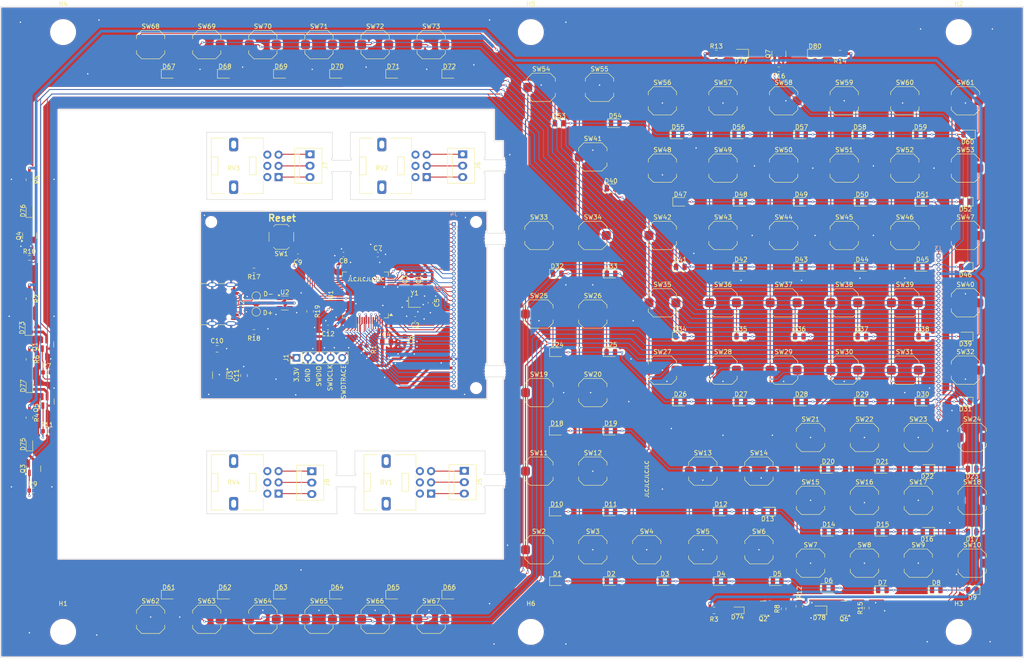
<source format=kicad_pcb>
(kicad_pcb
	(version 20240108)
	(generator "pcbnew")
	(generator_version "8.0")
	(general
		(thickness 1.6)
		(legacy_teardrops no)
	)
	(paper "A4")
	(layers
		(0 "F.Cu" signal)
		(31 "B.Cu" signal)
		(34 "B.Paste" user)
		(35 "F.Paste" user)
		(36 "B.SilkS" user "B.Silkscreen")
		(37 "F.SilkS" user "F.Silkscreen")
		(38 "B.Mask" user)
		(39 "F.Mask" user)
		(44 "Edge.Cuts" user)
		(45 "Margin" user)
		(46 "B.CrtYd" user "B.Courtyard")
		(47 "F.CrtYd" user "F.Courtyard")
		(48 "B.Fab" user)
		(49 "F.Fab" user)
	)
	(setup
		(stackup
			(layer "F.SilkS"
				(type "Top Silk Screen")
				(color "White")
			)
			(layer "F.Paste"
				(type "Top Solder Paste")
			)
			(layer "F.Mask"
				(type "Top Solder Mask")
				(color "Black")
				(thickness 0.01)
			)
			(layer "F.Cu"
				(type "copper")
				(thickness 0.035)
			)
			(layer "dielectric 1"
				(type "core")
				(thickness 1.51)
				(material "FR4")
				(epsilon_r 4.5)
				(loss_tangent 0.02)
			)
			(layer "B.Cu"
				(type "copper")
				(thickness 0.035)
			)
			(layer "B.Mask"
				(type "Bottom Solder Mask")
				(color "Black")
				(thickness 0.01)
			)
			(layer "B.Paste"
				(type "Bottom Solder Paste")
			)
			(layer "B.SilkS"
				(type "Bottom Silk Screen")
				(color "White")
			)
			(copper_finish "None")
			(dielectric_constraints yes)
		)
		(pad_to_mask_clearance 0)
		(allow_soldermask_bridges_in_footprints no)
		(aux_axis_origin 30 162)
		(grid_origin 30 162)
		(pcbplotparams
			(layerselection 0x00010fc_ffffffff)
			(plot_on_all_layers_selection 0x0000000_00000000)
			(disableapertmacros no)
			(usegerberextensions no)
			(usegerberattributes yes)
			(usegerberadvancedattributes yes)
			(creategerberjobfile yes)
			(dashed_line_dash_ratio 12.000000)
			(dashed_line_gap_ratio 3.000000)
			(svgprecision 4)
			(plotframeref no)
			(viasonmask no)
			(mode 1)
			(useauxorigin no)
			(hpglpennumber 1)
			(hpglpenspeed 20)
			(hpglpendiameter 15.000000)
			(pdf_front_fp_property_popups yes)
			(pdf_back_fp_property_popups yes)
			(dxfpolygonmode yes)
			(dxfimperialunits yes)
			(dxfusepcbnewfont yes)
			(psnegative no)
			(psa4output no)
			(plotreference yes)
			(plotvalue yes)
			(plotfptext yes)
			(plotinvisibletext no)
			(sketchpadsonfab no)
			(subtractmaskfromsilk no)
			(outputformat 1)
			(mirror no)
			(drillshape 0)
			(scaleselection 1)
			(outputdirectory "manufacturing/")
		)
	)
	(net 0 "")
	(net 1 "GND")
	(net 2 "+3V3")
	(net 3 "/HSE_IN")
	(net 4 "/HSE_OUT")
	(net 5 "/NRST")
	(net 6 "VBUS")
	(net 7 "Net-(D1-K)")
	(net 8 "Net-(D2-K)")
	(net 9 "Net-(D3-K)")
	(net 10 "Net-(D4-K)")
	(net 11 "Net-(D5-K)")
	(net 12 "Net-(D6-K)")
	(net 13 "Net-(D7-K)")
	(net 14 "Net-(D8-K)")
	(net 15 "Net-(D9-K)")
	(net 16 "Net-(D10-K)")
	(net 17 "Net-(D11-K)")
	(net 18 "Net-(D12-K)")
	(net 19 "Net-(D13-K)")
	(net 20 "Net-(D14-K)")
	(net 21 "Net-(D15-K)")
	(net 22 "Net-(D16-K)")
	(net 23 "Net-(D17-K)")
	(net 24 "Net-(D18-K)")
	(net 25 "Net-(D19-K)")
	(net 26 "Net-(D20-K)")
	(net 27 "Net-(D21-K)")
	(net 28 "Net-(D22-K)")
	(net 29 "Net-(D23-K)")
	(net 30 "Net-(D24-K)")
	(net 31 "Net-(D25-K)")
	(net 32 "Net-(D26-K)")
	(net 33 "Net-(D27-K)")
	(net 34 "Net-(D28-K)")
	(net 35 "Net-(D29-K)")
	(net 36 "Net-(D30-K)")
	(net 37 "Net-(D31-K)")
	(net 38 "Net-(D32-K)")
	(net 39 "Net-(D33-K)")
	(net 40 "Net-(D34-K)")
	(net 41 "Net-(D35-K)")
	(net 42 "Net-(D36-K)")
	(net 43 "Net-(D37-K)")
	(net 44 "Net-(D38-K)")
	(net 45 "Net-(D39-K)")
	(net 46 "Net-(D40-K)")
	(net 47 "Net-(D41-K)")
	(net 48 "Net-(D42-K)")
	(net 49 "Net-(D43-K)")
	(net 50 "Net-(D44-K)")
	(net 51 "Net-(D45-K)")
	(net 52 "Net-(D46-K)")
	(net 53 "Net-(D47-K)")
	(net 54 "Net-(D48-K)")
	(net 55 "Net-(D49-K)")
	(net 56 "Net-(D50-K)")
	(net 57 "Net-(D51-K)")
	(net 58 "Net-(D52-K)")
	(net 59 "Net-(D53-K)")
	(net 60 "Net-(D54-K)")
	(net 61 "Net-(D55-K)")
	(net 62 "Net-(D56-K)")
	(net 63 "Net-(D57-K)")
	(net 64 "Net-(D58-K)")
	(net 65 "Net-(D59-K)")
	(net 66 "Net-(D60-K)")
	(net 67 "Net-(D61-K)")
	(net 68 "Net-(D62-K)")
	(net 69 "Net-(D63-K)")
	(net 70 "Net-(D64-K)")
	(net 71 "Net-(D65-K)")
	(net 72 "Net-(D66-K)")
	(net 73 "Net-(D67-K)")
	(net 74 "Net-(D68-K)")
	(net 75 "Net-(D69-K)")
	(net 76 "Net-(D70-K)")
	(net 77 "Net-(D71-K)")
	(net 78 "Net-(D72-K)")
	(net 79 "Net-(D73-K)")
	(net 80 "Net-(D73-A)")
	(net 81 "Net-(D74-A)")
	(net 82 "Net-(D74-K)")
	(net 83 "Net-(D75-K)")
	(net 84 "Net-(D75-A)")
	(net 85 "Net-(D76-K)")
	(net 86 "Net-(D76-A)")
	(net 87 "Net-(D77-K)")
	(net 88 "Net-(D77-A)")
	(net 89 "Net-(D78-A)")
	(net 90 "Net-(D78-K)")
	(net 91 "Net-(D79-A)")
	(net 92 "Net-(D79-K)")
	(net 93 "Net-(D80-A)")
	(net 94 "/SWD_CLK")
	(net 95 "/SWD_TRACE")
	(net 96 "/SWD_IO")
	(net 97 "/USB & Power/USB_D+")
	(net 98 "unconnected-(J2-SBU1-PadA8)")
	(net 99 "Net-(J2-CC1)")
	(net 100 "/USB & Power/USB_D-")
	(net 101 "Net-(J2-CC2)")
	(net 102 "unconnected-(J2-SBU2-PadB8)")
	(net 103 "/BOOT0")
	(net 104 "/USB_PROT_D+")
	(net 105 "unconnected-(U1-PB2-Pad28)")
	(net 106 "unconnected-(U1-PB10-Pad29)")
	(net 107 "unconnected-(U1-PC5-Pad25)")
	(net 108 "unconnected-(U1-PB1-Pad27)")
	(net 109 "unconnected-(U1-PA3-Pad17)")
	(net 110 "/USB_PROT_D-")
	(net 111 "unconnected-(U1-PB11-Pad30)")
	(net 112 "unconnected-(U1-PA6-Pad22)")
	(net 113 "unconnected-(U1-PA7-Pad23)")
	(net 114 "unconnected-(U1-PC4-Pad24)")
	(net 115 "unconnected-(U1-PB0-Pad26)")
	(net 116 "unconnected-(U3-NC-Pad4)")
	(net 117 "/FM")
	(net 118 "/FAIL")
	(net 119 "/ROW9")
	(net 120 "/COL4")
	(net 121 "/ROW8")
	(net 122 "/COL1")
	(net 123 "/COL2")
	(net 124 "/COL3")
	(net 125 "/COL5")
	(net 126 "/COL6")
	(net 127 "/COL7")
	(net 128 "/COL8")
	(net 129 "/ROW2")
	(net 130 "/ROW6")
	(net 131 "/ROW5")
	(net 132 "/ROW1")
	(net 133 "/ROW4")
	(net 134 "/ROW3")
	(net 135 "/ROW7")
	(net 136 "unconnected-(J3-Pin_6-Pad6)")
	(net 137 "/MENU")
	(net 138 "/Left_Col1")
	(net 139 "/Left_Col2")
	(net 140 "/Left_Row3")
	(net 141 "/Left_Row2")
	(net 142 "/Left_Row1")
	(net 143 "/IND")
	(net 144 "/RDY")
	(net 145 "/FM1")
	(net 146 "/FM2")
	(net 147 "/Right_Row1")
	(net 148 "/Right_Col1")
	(net 149 "/Right_Col2")
	(net 150 "/Right_Row2")
	(net 151 "/Right_Row3")
	(net 152 "unconnected-(J4-Pin_32-Pad32)")
	(net 153 "/PB8_FM2")
	(net 154 "/PA15_COL7")
	(net 155 "/PC11_COL6")
	(net 156 "/PB6_Right_Col2")
	(net 157 "/PC12_MENU")
	(net 158 "/PB5_Right_Row3")
	(net 159 "/PB7_Right_Col1")
	(net 160 "/PB4_Right_Row2")
	(net 161 "/PB9_RDY")
	(net 162 "/PC10_COL8")
	(net 163 "/PD2_Right_Row1")
	(net 164 "/PC8_COL4")
	(net 165 "/PB14_ROW7")
	(net 166 "/PA10_FAIL")
	(net 167 "/PC7_COL3")
	(net 168 "/PB15_COL1")
	(net 169 "/PB13_ROW6")
	(net 170 "/PC9_ROW8")
	(net 171 "/PA9_FM")
	(net 172 "/PA8_ROW9")
	(net 173 "/PC6_COL2")
	(net 174 "/PB12_ROW5")
	(net 175 "/PC0_Left_Row3")
	(net 176 "/PC3_ROW1")
	(net 177 "/PA2_ROW4")
	(net 178 "/PC1_Left_Row2")
	(net 179 "/PA5_Left_Col2")
	(net 180 "/PC2_Left_Row1")
	(net 181 "/PA4_COL5")
	(net 182 "/PA0_ROW2")
	(net 183 "/PC14_FM1")
	(net 184 "/PC15_Left_Col1")
	(net 185 "/PC13_IND")
	(net 186 "/PA1_ROW3")
	(net 187 "Net-(J5-Pin_2)")
	(net 188 "Net-(J5-Pin_1)")
	(net 189 "Net-(J5-Pin_3)")
	(net 190 "Net-(J6-Pin_2)")
	(net 191 "Net-(J6-Pin_1)")
	(net 192 "Net-(J6-Pin_3)")
	(net 193 "Net-(J7-Pin_2)")
	(net 194 "Net-(J7-Pin_1)")
	(net 195 "Net-(J7-Pin_3)")
	(net 196 "Net-(J8-Pin_1)")
	(net 197 "Net-(J8-Pin_3)")
	(net 198 "Net-(J8-Pin_2)")
	(footprint "Diode_SMD:D_0805_2012Metric" (layer "F.Cu") (at 236.4375 134 180))
	(footprint "NiasStuff:SW_Push_1TS009xxxx-xxxx-xxxx_6x6x5mm" (layer "F.Cu") (at 191 38))
	(footprint "Diode_SMD:D_0805_2012Metric" (layer "F.Cu") (at 154 129.5))
	(footprint "NiasStuff:SW_Push_1TS009xxxx-xxxx-xxxx_6x6x5mm" (layer "F.Cu") (at 246.5 127))
	(footprint "Diode_SMD:D_0805_2012Metric" (layer "F.Cu") (at 245 90.5 180))
	(footprint "NiasStuff:SW_Push_1TS009xxxx-xxxx-xxxx_6x6x5mm" (layer "F.Cu") (at 245 68))
	(footprint "Package_TO_SOT_SMD:SOT-23-5" (layer "F.Cu") (at 78.85 99.1125 -90))
	(footprint "NiasStuff:SW_Push_1TS009xxxx-xxxx-xxxx_6x6x5mm" (layer "F.Cu") (at 101 25.5))
	(footprint "Diode_SMD:D_0805_2012Metric" (layer "F.Cu") (at 195 60.5))
	(footprint "xenua:MouseBite_NoJaggies_S" (layer "F.Cu") (at 142 68.75 90))
	(footprint "Diode_SMD:D_0805_2012Metric" (layer "F.Cu") (at 117.5625 32))
	(footprint "NiasStuff:SW_Push_1TS009xxxx-xxxx-xxxx_6x6x5mm" (layer "F.Cu") (at 113.5 153.5))
	(footprint "Diode_SMD:D_0805_2012Metric" (layer "F.Cu") (at 235.5 60.5))
	(footprint "Diode_SMD:D_0805_2012Metric" (layer "F.Cu") (at 226.5625 134))
	(footprint "Diode_SMD:D_0805_2012Metric" (layer "F.Cu") (at 166 94))
	(footprint "NiasStuff:USB_C_Receptacle_G-Switch_GT-USB-7010ASV" (layer "F.Cu") (at 78.3 83.3 -90))
	(footprint "Diode_SMD:D_0805_2012Metric" (layer "F.Cu") (at 80.0625 148))
	(footprint "NiasStuff:SW_Push_1TS009xxxx-xxxx-xxxx_6x6x5mm" (layer "F.Cu") (at 234.5 127))
	(footprint "xenua:MouseBite_NoJaggies_S" (layer "F.Cu") (at 138.5 68.75 -90))
	(footprint "Diode_SMD:D_0805_2012Metric" (layer "F.Cu") (at 208 90.5))
	(footprint "NiasStuff:SW_Push_1TS009xxxx-xxxx-xxxx_6x6x5mm" (layer "F.Cu") (at 150 120.5))
	(footprint "Capacitor_SMD:C_0805_2012Metric" (layer "F.Cu") (at 116.05 91.75))
	(footprint "xenua:MouseBite_NoJaggies_S" (layer "F.Cu") (at 138 122.5 -90))
	(footprint "Diode_SMD:D_0805_2012Metric" (layer "F.Cu") (at 190.5625 129.5))
	(footprint "Diode_SMD:D_0805_2012Metric" (layer "F.Cu") (at 105.0625 32))
	(footprint "Capacitor_SMD:C_0603_1608Metric" (layer "F.Cu") (at 125.825 83 -90))
	(footprint "Connector:FanPinHeader_1x03_P2.54mm_Vertical" (layer "F.Cu") (at 99.4 120.52 -90))
	(footprint "Diode_SMD:D_0805_2012Metric" (layer "F.Cu") (at 117.5625 148))
	(footprint "Diode_SMD:D_0805_2012Metric" (layer "F.Cu") (at 195 75))
	(footprint "Capacitor_SMD:C_0603_1608Metric"
		(layer "F.Cu")
		(uuid "24163ea0-3c69-4f36-9300-926d00aecf51")
		(at 96.3 72.625)
		(descr "Capacitor SMD 0603 (1608 Metric), square (rectangular) end terminal, IPC_7351 nominal, (Body size source: IPC-SM-782 page 76, https://www.pcb-3d.com/wordpress/wp-content/uploads/ipc-sm-782a_amendment_1_and_2.pdf), generated with kicad-footprint-generator")
		(tags "capacitor")
		(property "Reference" "C9"
			(at 0 1.375 0)
			(layer "F.SilkS")
			(uuid "0ba6cd8f-b34b-4330-b7a2-4da2ff6f0087")
			(effects
				(font
					(size 1 1)
					(thickness 0.15)
				)
			)
		)
		(property "Value" "100n"
			(at 0 1.43 0)
			(layer "F.Fab")
			(uuid "a9830bed-a7e6-4360-b400-82273d9a1308")
			(effects
				(font
					(size 1 1)
					(thickness 0.15)
				)
			)
		)
		(property "Footprint" "Capacitor_SMD:C_0603_1608Metric"
			(at 0 0 0)
			(unlocked yes)
			(layer "F.Fab")
			(hide yes)
			(uuid "91b32394-a07f-4ce7-81d9-1bfcadd5c3e3")
			(effects
				(font
					(size 1.27 1.27)
				)
			)
		)
		(property "Datasheet" "https://www.lcsc.com/datasheet/lcsc_datasheet_2211101700_YAGEO-CC0603KRX7R9BB104_C14663.pdf"
			(at 0 0 0)
			(unlocked yes)
			(layer "F.Fab")
			(hide yes)
			(uuid "eacb709d-cf46-43df-b147-2c6ca2802172")
			(effects
				(font
					(size 1.27 1.27)
				)
			)
		)
		(property "Description" ""
			(at 0 0 0)
			(unlocked yes)
			(layer "F.Fab")
			(hide yes)
			(uuid "6bcb2370-fb8d-4898-b602-7da8d077f635")
			(effects
				(font
					(size 1.27 1.27)
				)
			)
		)
		(property "Manufracturer" "YAGEO"
			(at 0 0 0)
			(unlocked yes)
			(layer "F.Fab")
			(hide yes)
			(uuid "cf6cd416-e1e7-4304-8d67-d0d8430d6016")
			(effects
				(font
					(size 1 1)
					(thickness 0.15)
				)
			)
		)
		(property "Manufracturer Part Number" "CC0603KRX7R9BB104"
			(at 0 0 0)
			(unlocked yes)
			(layer "F.Fab")
			(hide yes)
			(uuid "fe55a983-46b2-4298-b4a5-7811dbdc4c48")
			(effects
				(font
					(size 1 1)
					(thickness 0.15)
				)
			)
		)
		(property "JLCPCB Part" "C14663"
			(at 0 0 0)
			(unlocked yes)
			(layer "F.Fab")
			(hide yes)
			(uuid "bee11fe8-847b-4ddb-88ca-d8457fcbcf68")
			(effects
				(font
					(size 1 1)
					(thickness 0.15)
				)
			)
		)
		(property ki_fp_filters "C_*")
		(path "/96a58794-5626-415e-9156-e7a897ff69d7")
		(sheetname "Root")
		(sheetfile "MCDU.kicad_sch")
		(attr smd)
		(fp_line
			(start -0.14058 -0.51)
			(end 0.14058 -0.51)
			(stroke
				(width 0.12)
				(type solid)
			)
			(layer "F.SilkS")
			(uuid "a707a48c-0437-4360-b41f-9732a3d75c7b")
		)
		(fp_line
			(start -0.14058 0.51)
			(end 0.14058 0.51)
			(stroke
				(width 0.12)
				(type solid)
			)
			(layer "F.SilkS")
			(uuid "9cdd2ec6-0d2d-41d5-bd54-175ef4cbc2d1")
		)
		(fp_line
			(start -1.48 -0.73)
			(end 1.48 -0.73)
			(stroke
				(width 0.05)
				(type solid)
			)
			(layer "F.CrtYd")
			(uuid "8c3349ad-9e66-483f-ab9e-097e8c028a99")
		)
		(fp_line
			(start -1.48 0.73)
			(end -1.48 -0.73)
			(stroke
				(width 0.05)
				(type solid)
			)
			(layer "F.CrtYd")
			(uuid "4ed5d7f9-1562-44a1-9bad-113ad7e60375")
		)
		(fp_line
			(start 1.48 -0.73)
			(end 1.48 0.73)
			(stroke
				(width 0.05)
				(type solid)
			)
			(layer "F.CrtYd")
			(uuid "2c69f40e-5ba9-4f18-922a-6c65a5cc797d")
		)
		(fp_line
			(start 1.48 0.73)
			(end -1.48 0.73)
			(stroke
				(width 0.05)
				(type solid)
			)
			(layer "F.CrtYd")
			(uuid "d6547c2c-2d70-42e5-b924-541e6aa10f80")
		)
		(fp_line
			(start -0.8 -0.4)
			(end 0.8 -0.4)
			(stroke
				(width 0.1)
				(type solid)
			)
			(layer "F.Fab")
			(uuid "16a9a860-bd42-475b-9430-a32d96d0366d")
		)
		(fp_line
			(start -0.8 0.4)
			(end -0.8 -0.4)
			(stroke
				(width 0.1)
				(type solid)
			)
			(layer "F.Fab")
			(uuid "055f0794-61e6-4580-9d78-6efe8d8aec7f")
		)
		(fp_line
			(start 0.8 -0.4)
			(end 0.8 0.4)
			(stroke
				(width 0.1)
				(type solid)
			)
			(layer "F.Fab")
			(uuid "d9115f1b-8255-455b-acf2-ee6c71964421")
		)
		(fp_line
			(start 0.8 0.4)
			(end -0.8 0.4)
			(stroke
				(width 0.1)
				(type solid)
			)
			(layer "F.Fab")
			(uuid "d5852450-2677-460d-824d-abdc2d9e29f7")
		)
		(fp_text user "${REFERENCE}"
			(at 0 0 0)
			(layer "F.Fab")
			(uuid "c6279676-77d7-4791-a860-db3ad9ec3209")
			(effects
				(font
					(size 0.4 0.4)
					(thickness 0.06)
				)
			)
		)
		(pad "1" smd roundrect
			(at -0.775 0)
			(size 0.9 0.95)
			(layers "F.Cu" "F.Paste" "F.Mask")
			(roundrect_rratio 0.25)
			(net 5 "/NRST")
			(pintype "passive")
			(uuid "90fefa16-357c-4ce2-b94e-c719e3f1c946")
		)
		(pad "2" smd roundrect
			(at 0.775 0)
			(size 0.9 0.95)
			(layers "F.Cu" "F.Paste" "F.Mask")
			(roundrect_rratio 0.25)
			(net 1 "GND")
			(pintype "passive")
			(uuid "55d4c1c8-f49c-4025-a45c-c344d11326e2")
		)
		(model "${KICAD8_3DMODEL_DIR}/Capacitor_SMD.3dshapes/C_0603_1608Metric.wrl"
			(offset
				(xyz 0 0 0)
			)
			(
... [2570334 chars truncated]
</source>
